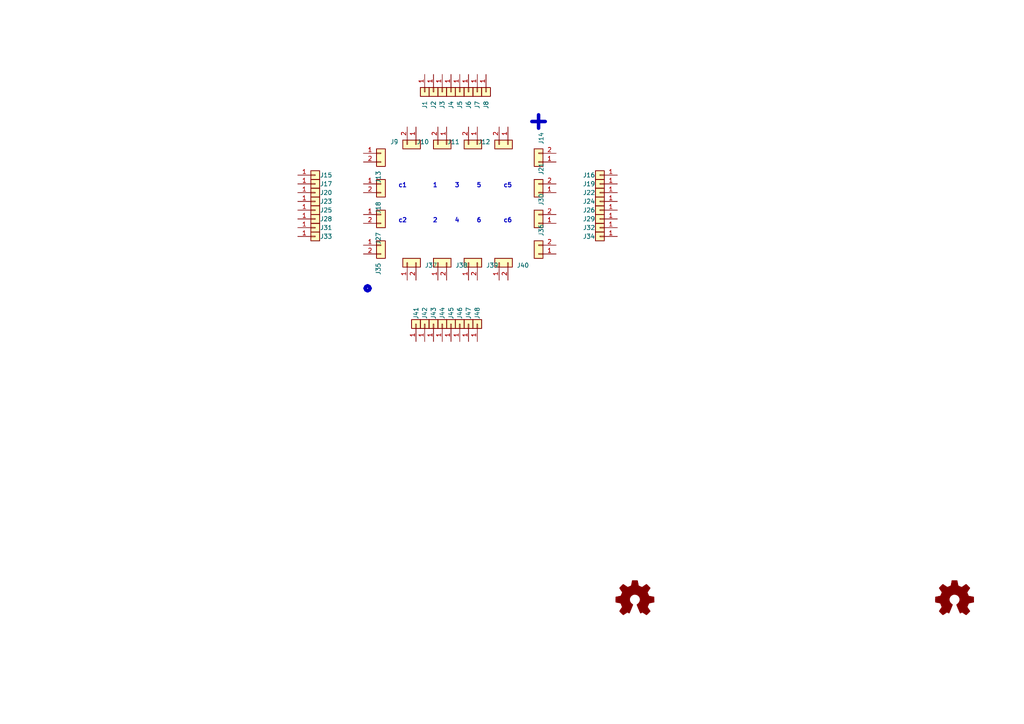
<source format=kicad_sch>
(kicad_sch (version 20210621) (generator eeschema)
  (paper "A4")
  (lib_symbols
    (symbol "Connector_Generic:Conn_01x01" (pin_names (offset 1.016) hide)
      (property "Reference" "J" (at 0 2.54 0))
      (property "Value" "Conn_01x01" (at 0 -2.54 0))
      (symbol "Conn_01x01_1_1"
        (rectangle (start -1.27 0.127) (end 0 -0.127) (stroke (width 0.1524)))
        (rectangle (start -1.27 1.27) (end 1.27 -1.27) (stroke (width 0.254)) (fill (type background)))
        (pin passive line (at -5.08 0 0) (length 3.81) (name "Pin_1") (number "1"))
      )
    )
    (symbol "Connector_Generic:Conn_01x02" (pin_names (offset 1.016) hide)
      (property "Reference" "J" (at 0 2.54 0))
      (property "Value" "Conn_01x02" (at 0 -5.08 0))
      (symbol "Conn_01x02_1_1"
        (rectangle (start -1.27 -2.413) (end 0 -2.667) (stroke (width 0.1524)))
        (rectangle (start -1.27 0.127) (end 0 -0.127) (stroke (width 0.1524)))
        (rectangle (start -1.27 1.27) (end 1.27 -3.81) (stroke (width 0.254)) (fill (type background)))
        (pin passive line (at -5.08 0 0) (length 3.81) (name "Pin_1") (number "1"))
        (pin passive line (at -5.08 -2.54 0) (length 3.81) (name "Pin_2") (number "2"))
      )
    )
    (symbol "Graphic:Logo_Open_Hardware_Small" (pin_names (offset 1.016))
      (symbol "Logo_Open_Hardware_Small_0_1"
        (polyline (pts (xy 3.3528 -4.3434) (xy 3.302 -4.318) (xy 3.175 -4.2418) (xy 2.9972 -4.1148) (xy 2.7686 -3.9624) (xy 2.54 -3.81) (xy 2.3622 -3.7084) (xy 2.2352 -3.6068) (xy 2.1844 -3.5814) (xy 2.159 -3.6068) (xy 2.0574 -3.6576) (xy 1.905 -3.7338) (xy 1.8034 -3.7846) (xy 1.6764 -3.8354) (xy 1.6002 -3.8354) (xy 1.6002 -3.8354) (xy 1.5494 -3.7338) (xy 1.4732 -3.5306) (xy 1.3462 -3.302) (xy 1.2446 -3.0226) (xy 1.1176 -2.7178) (xy 0.9652 -2.413) (xy 0.8636 -2.1082) (xy 0.7366 -1.8288) (xy 0.6604 -1.6256) (xy 0.6096 -1.4732) (xy 0.5842 -1.397) (xy 0.5842 -1.397) (xy 0.6604 -1.3208) (xy 0.7874 -1.2446) (xy 1.0414 -1.016) (xy 1.2954 -0.6858) (xy 1.4478 -0.3302) (xy 1.524 0.0762) (xy 1.4732 0.4572) (xy 1.3208 0.8128) (xy 1.0668 1.143) (xy 0.762 1.3716) (xy 0.4064 1.524) (xy 0 1.5748) (xy -0.381 1.5494) (xy -0.7366 1.397) (xy -1.0668 1.143) (xy -1.2192 0.9906) (xy -1.397 0.6604) (xy -1.524 0.3048) (xy -1.524 0.2286) (xy -1.4986 -0.1778) (xy -1.397 -0.5334) (xy -1.1938 -0.8636) (xy -0.9144 -1.143) (xy -0.8636 -1.1684) (xy -0.7366 -1.27) (xy -0.635 -1.3462) (xy -0.5842 -1.397) (xy -1.0668 -2.5908) (xy -1.143 -2.794) (xy -1.2954 -3.1242) (xy -1.397 -3.4036) (xy -1.4986 -3.6322) (xy -1.5748 -3.7846) (xy -1.6002 -3.8354) (xy -1.6002 -3.8354) (xy -1.651 -3.8354) (xy -1.7272 -3.81) (xy -1.905 -3.7338) (xy -2.0066 -3.683) (xy -2.1336 -3.6068) (xy -2.2098 -3.5814) (xy -2.2606 -3.6068) (xy -2.3622 -3.683) (xy -2.54 -3.81) (xy -2.7686 -3.9624) (xy -2.9718 -4.0894) (xy -3.1496 -4.2164) (xy -3.302 -4.318) (xy -3.3528 -4.3434) (xy -3.3782 -4.3434) (xy -3.429 -4.318) (xy -3.5306 -4.2164) (xy -3.7084 -4.064) (xy -3.937 -3.8354) (xy -3.9624 -3.81) (xy -4.1656 -3.6068) (xy -4.318 -3.4544) (xy -4.4196 -3.3274) (xy -4.445 -3.2766) (xy -4.445 -3.2766) (xy -4.4196 -3.2258) (xy -4.318 -3.0734) (xy -4.2164 -2.8956) (xy -4.064 -2.667) (xy -3.6576 -2.0828) (xy -3.8862 -1.5494) (xy -3.937 -1.3716) (xy -4.0386 -1.1684) (xy -4.0894 -1.0414) (xy -4.1148 -0.9652) (xy -4.191 -0.9398) (xy -4.318 -0.9144) (xy -4.5466 -0.8636) (xy -4.8006 -0.8128) (xy -5.0546 -0.7874) (xy -5.2578 -0.7366) (xy -5.4356 -0.7112) (xy -5.5118 -0.6858) (xy -5.5118 -0.6858) (xy -5.5372 -0.635) (xy -5.5372 -0.5588) (xy -5.5372 -0.4318) (xy -5.5626 -0.2286) (xy -5.5626 0.0762) (xy -5.5626 0.127) (xy -5.5372 0.4064) (xy -5.5372 0.635) (xy -5.5372 0.762) (xy -5.5372 0.8382) (xy -5.5372 0.8382) (xy -5.461 0.8382) (xy -5.3086 0.889) (xy -5.08 0.9144) (xy -4.826 0.9652) (xy -4.8006 0.9906) (xy -4.5466 1.0414) (xy -4.318 1.0668) (xy -4.1656 1.1176) (xy -4.0894 1.143) (xy -4.0894 1.143) (xy -4.0386 1.2446) (xy -3.9624 1.4224) (xy -3.8608 1.6256) (xy -3.7846 1.8288) (xy -3.7084 2.0066) (xy -3.6576 2.159) (xy -3.6322 2.2098) (xy -3.6322 2.2098) (xy -3.683 2.286) (xy -3.7592 2.413) (xy -3.8862 2.5908) (xy -4.064 2.8194) (xy -4.064 2.8448) (xy -4.2164 3.0734) (xy -4.3434 3.2512) (xy -4.4196 3.3782) (xy -4.445 3.4544) (xy -4.445 3.4544) (xy -4.3942 3.5052) (xy -4.2926 3.6322) (xy -4.1148 3.81) (xy -3.937 4.0132) (xy -3.8608 4.064) (xy -3.6576 4.2926) (xy -3.5052 4.4196) (xy -3.4036 4.4958) (xy -3.3528 4.5212) (xy -3.3528 4.5212) (xy -3.302 4.4704) (xy -3.1496 4.3688) (xy -2.9718 4.2418) (xy -2.7432 4.0894) (xy -2.7178 4.0894) (xy -2.4892 3.937) (xy -2.3114 3.81) (xy -2.1844 3.7084) (xy -2.1336 3.683) (xy -2.1082 3.683) (xy -2.032 3.7084) (xy -1.8542 3.7592) (xy -1.6764 3.8354) (xy -1.4732 3.937) (xy -1.27 4.0132) (xy -1.143 4.064) (xy -1.0668 4.1148) (xy -1.0668 4.1148) (xy -1.0414 4.191) (xy -1.016 4.3434) (xy -0.9652 4.572) (xy -0.9144 4.8514) (xy -0.889 4.9022) (xy -0.8382 5.1562) (xy -0.8128 5.3848) (xy -0.7874 5.5372) (xy -0.762 5.588) (xy -0.7112 5.6134) (xy -0.5842 5.6134) (xy -0.4064 5.6134) (xy -0.1524 5.6134) (xy 0.0762 5.6134) (xy 0.3302 5.6134) (xy 0.5334 5.6134) (xy 0.6858 5.588) (xy 0.7366 5.588) (xy 0.7366 5.588) (xy 0.762 5.5118) (xy 0.8128 5.334) (xy 0.8382 5.1054) (xy 0.9144 4.826) (xy 0.9144 4.7752) (xy 0.9652 4.5212) (xy 1.016 4.2926) (xy 1.0414 4.1402) (xy 1.0668 4.0894) (xy 1.0668 4.0894) (xy 1.1938 4.0386) (xy 1.3716 3.9624) (xy 1.5748 3.8608) (xy 2.0828 3.6576) (xy 2.7178 4.0894) (xy 2.7686 4.1402) (xy 2.9972 4.2926) (xy 3.175 4.4196) (xy 3.302 4.4958) (xy 3.3782 4.5212) (xy 3.3782 4.5212) (xy 3.429 4.4704) (xy 3.556 4.3434) (xy 3.7338 4.191) (xy 3.9116 3.9878) (xy 4.064 3.8354) (xy 4.2418 3.6576) (xy 4.3434 3.556) (xy 4.4196 3.4798) (xy 4.4196 3.429) (xy 4.4196 3.4036) (xy 4.3942 3.3274) (xy 4.2926 3.2004) (xy 4.1656 2.9972) (xy 4.0132 2.794) (xy 3.8862 2.5908) (xy 3.7592 2.3876) (xy 3.6576 2.2352) (xy 3.6322 2.159) (xy 3.6322 2.1336) (xy 3.683 2.0066) (xy 3.7592 1.8288) (xy 3.8608 1.6002) (xy 4.064 1.1176) (xy 4.3942 1.0414) (xy 4.5974 1.016) (xy 4.8768 0.9652) (xy 5.1308 0.9144) (xy 5.5372 0.8382) (xy 5.5626 -0.6604) (xy 5.4864 -0.6858) (xy 5.4356 -0.6858) (xy 5.2832 -0.7366) (xy 5.0546 -0.762) (xy 4.8006 -0.8128) (xy 4.5974 -0.8636) (xy 4.3688 -0.9144) (xy 4.2164 -0.9398) (xy 4.1402 -0.9398) (xy 4.1148 -0.9652) (xy 4.064 -1.0668) (xy 3.9878 -1.2446) (xy 3.9116 -1.4478) (xy 3.81 -1.651) (xy 3.7338 -1.8542) (xy 3.683 -2.0066) (xy 3.6576 -2.0828) (xy 3.683 -2.1336) (xy 3.7846 -2.2606) (xy 3.8862 -2.4638) (xy 4.0386 -2.667) (xy 4.191 -2.8956) (xy 4.318 -3.0734) (xy 4.3942 -3.2004) (xy 4.445 -3.2766) (xy 4.4196 -3.3274) (xy 4.3434 -3.429) (xy 4.1656 -3.5814) (xy 3.937 -3.8354) (xy 3.8862 -3.8608) (xy 3.683 -4.064) (xy 3.5306 -4.2164) (xy 3.4036 -4.318) (xy 3.3528 -4.3434)) (fill (type outline)))
      )
    )
  )
  (text "°" (at 109.22 88.9 180) (effects (font (size 5.08 5.08) (thickness 1.016) bold) (justify right bottom)))
  (text "c1" (at 118.11 54.61 180) (effects (font (size 1.27 1.27) (thickness 0.254) bold) (justify right bottom)))
  (text "c2" (at 118.11 64.77 180) (effects (font (size 1.27 1.27) (thickness 0.254) bold) (justify right bottom)))
  (text "1" (at 127 54.61 180) (effects (font (size 1.27 1.27) (thickness 0.254) bold) (justify right bottom)))
  (text "2" (at 127 64.77 180) (effects (font (size 1.27 1.27) (thickness 0.254) bold) (justify right bottom)))
  (text "3" (at 133.35 54.61 180) (effects (font (size 1.27 1.27) (thickness 0.254) bold) (justify right bottom)))
  (text "4" (at 133.35 64.77 180) (effects (font (size 1.27 1.27) (thickness 0.254) bold) (justify right bottom)))
  (text "5" (at 139.7 54.61 180) (effects (font (size 1.27 1.27) (thickness 0.254) bold) (justify right bottom)))
  (text "6" (at 139.7 64.77 180) (effects (font (size 1.27 1.27) (thickness 0.254) bold) (justify right bottom)))
  (text "c5" (at 148.59 54.61 180) (effects (font (size 1.27 1.27) (thickness 0.254) bold) (justify right bottom)))
  (text "c6" (at 148.59 64.77 180) (effects (font (size 1.27 1.27) (thickness 0.254) bold) (justify right bottom)))
  (text "+" (at 160.02 38.1 180) (effects (font (size 5.08 5.08) (thickness 1.016) bold) (justify right bottom)))
  (symbol (lib_id "Connector_Generic:Conn_01x01") (at 91.44 50.8 0) (unit 1)
    (property "Reference" "J15" (at 96.3931 50.8 0) (effects (justify right)))
    (property "Value" "Conn_01x01" (effects hide))
    (property "Footprint" "custom_footprints:PTT-one-pin" (effects hide))
  )
  (symbol (lib_id "Connector_Generic:Conn_01x01") (at 91.44 53.34 0) (unit 1)
    (property "Reference" "J17" (at 96.3931 53.34 0) (effects (justify right)))
    (property "Value" "Conn_01x01" (effects hide))
    (property "Footprint" "custom_footprints:PTT-one-pin" (effects hide))
  )
  (symbol (lib_id "Connector_Generic:Conn_01x01") (at 91.44 55.88 0) (unit 1)
    (property "Reference" "J20" (at 96.3931 55.88 0) (effects (justify right)))
    (property "Value" "Conn_01x01" (effects hide))
    (property "Footprint" "custom_footprints:PTT-one-pin" (effects hide))
  )
  (symbol (lib_id "Connector_Generic:Conn_01x01") (at 91.44 58.42 0) (unit 1)
    (property "Reference" "J23" (at 96.3931 58.42 0) (effects (justify right)))
    (property "Value" "Conn_01x01" (effects hide))
    (property "Footprint" "custom_footprints:PTT-one-pin" (effects hide))
  )
  (symbol (lib_id "Connector_Generic:Conn_01x01") (at 91.44 60.96 0) (unit 1)
    (property "Reference" "J25" (at 96.3931 60.96 0) (effects (justify right)))
    (property "Value" "Conn_01x01" (effects hide))
    (property "Footprint" "custom_footprints:PTT-one-pin" (effects hide))
  )
  (symbol (lib_id "Connector_Generic:Conn_01x01") (at 91.44 63.5 0) (unit 1)
    (property "Reference" "J28" (at 96.3931 63.5 0) (effects (justify right)))
    (property "Value" "Conn_01x01" (effects hide))
    (property "Footprint" "custom_footprints:PTT-one-pin" (effects hide))
  )
  (symbol (lib_id "Connector_Generic:Conn_01x01") (at 91.44 66.04 0) (unit 1)
    (property "Reference" "J31" (at 96.3931 66.04 0) (effects (justify right)))
    (property "Value" "Conn_01x01" (effects hide))
    (property "Footprint" "custom_footprints:PTT-one-pin" (effects hide))
  )
  (symbol (lib_id "Connector_Generic:Conn_01x01") (at 91.44 68.58 0) (unit 1)
    (property "Reference" "J33" (at 96.3931 68.58 0) (effects (justify right)))
    (property "Value" "Conn_01x01" (effects hide))
    (property "Footprint" "custom_footprints:PTT-one-pin" (effects hide))
  )
  (symbol (lib_id "Connector_Generic:Conn_01x01") (at 120.65 93.98 90) (unit 1)
    (property "Reference" "J41" (at 120.65 89.0269 0) (effects (justify right)))
    (property "Value" "Conn_01x01" (effects hide))
    (property "Footprint" "custom_footprints:PTT-one-pin" (effects hide))
  )
  (symbol (lib_id "Connector_Generic:Conn_01x01") (at 123.19 26.67 270) (unit 1)
    (property "Reference" "J1" (at 123.19 31.6231 0) (effects (justify right)))
    (property "Value" "Conn_01x01" (effects hide))
    (property "Footprint" "custom_footprints:PTT-one-pin" (effects hide))
  )
  (symbol (lib_id "Connector_Generic:Conn_01x01") (at 123.19 93.98 90) (unit 1)
    (property "Reference" "J42" (at 123.19 89.0269 0) (effects (justify right)))
    (property "Value" "Conn_01x01" (effects hide))
    (property "Footprint" "custom_footprints:PTT-one-pin" (effects hide))
  )
  (symbol (lib_id "Connector_Generic:Conn_01x01") (at 125.73 26.67 270) (unit 1)
    (property "Reference" "J2" (at 125.73 31.6231 0) (effects (justify right)))
    (property "Value" "Conn_01x01" (effects hide))
    (property "Footprint" "custom_footprints:PTT-one-pin" (effects hide))
  )
  (symbol (lib_id "Connector_Generic:Conn_01x01") (at 125.73 93.98 90) (unit 1)
    (property "Reference" "J43" (at 125.73 89.0269 0) (effects (justify right)))
    (property "Value" "Conn_01x01" (effects hide))
    (property "Footprint" "custom_footprints:PTT-one-pin" (effects hide))
  )
  (symbol (lib_id "Connector_Generic:Conn_01x01") (at 128.27 26.67 270) (unit 1)
    (property "Reference" "J3" (at 128.27 31.6231 0) (effects (justify right)))
    (property "Value" "Conn_01x01" (effects hide))
    (property "Footprint" "custom_footprints:PTT-one-pin" (effects hide))
  )
  (symbol (lib_id "Connector_Generic:Conn_01x01") (at 128.27 93.98 90) (unit 1)
    (property "Reference" "J44" (at 128.27 89.0269 0) (effects (justify right)))
    (property "Value" "Conn_01x01" (effects hide))
    (property "Footprint" "custom_footprints:PTT-one-pin" (effects hide))
  )
  (symbol (lib_id "Connector_Generic:Conn_01x01") (at 130.81 26.67 270) (unit 1)
    (property "Reference" "J4" (at 130.81 31.6231 0) (effects (justify right)))
    (property "Value" "Conn_01x01" (effects hide))
    (property "Footprint" "custom_footprints:PTT-one-pin" (effects hide))
  )
  (symbol (lib_id "Connector_Generic:Conn_01x01") (at 130.81 93.98 90) (unit 1)
    (property "Reference" "J45" (at 130.81 89.0269 0) (effects (justify right)))
    (property "Value" "Conn_01x01" (effects hide))
    (property "Footprint" "custom_footprints:PTT-one-pin" (effects hide))
  )
  (symbol (lib_id "Connector_Generic:Conn_01x01") (at 133.35 26.67 270) (unit 1)
    (property "Reference" "J5" (at 133.35 31.6231 0) (effects (justify right)))
    (property "Value" "Conn_01x01" (effects hide))
    (property "Footprint" "custom_footprints:PTT-one-pin" (effects hide))
  )
  (symbol (lib_id "Connector_Generic:Conn_01x01") (at 133.35 93.98 90) (unit 1)
    (property "Reference" "J46" (at 133.35 89.0269 0) (effects (justify right)))
    (property "Value" "Conn_01x01" (effects hide))
    (property "Footprint" "custom_footprints:PTT-one-pin" (effects hide))
  )
  (symbol (lib_id "Connector_Generic:Conn_01x01") (at 135.89 26.67 270) (unit 1)
    (property "Reference" "J6" (at 135.89 31.6231 0) (effects (justify right)))
    (property "Value" "Conn_01x01" (effects hide))
    (property "Footprint" "custom_footprints:PTT-one-pin" (effects hide))
  )
  (symbol (lib_id "Connector_Generic:Conn_01x01") (at 135.89 93.98 90) (unit 1)
    (property "Reference" "J47" (at 135.89 89.0269 0) (effects (justify right)))
    (property "Value" "Conn_01x01" (effects hide))
    (property "Footprint" "custom_footprints:PTT-one-pin" (effects hide))
  )
  (symbol (lib_id "Connector_Generic:Conn_01x01") (at 138.43 26.67 270) (unit 1)
    (property "Reference" "J7" (at 138.43 31.6231 0) (effects (justify right)))
    (property "Value" "Conn_01x01" (effects hide))
    (property "Footprint" "custom_footprints:PTT-one-pin" (effects hide))
  )
  (symbol (lib_id "Connector_Generic:Conn_01x01") (at 138.43 93.98 90) (unit 1)
    (property "Reference" "J48" (at 138.43 89.0269 0) (effects (justify right)))
    (property "Value" "Conn_01x01" (effects hide))
    (property "Footprint" "custom_footprints:PTT-one-pin" (effects hide))
  )
  (symbol (lib_id "Connector_Generic:Conn_01x01") (at 140.97 26.67 270) (unit 1)
    (property "Reference" "J8" (at 140.97 31.6231 0) (effects (justify right)))
    (property "Value" "Conn_01x01" (effects hide))
    (property "Footprint" "custom_footprints:PTT-one-pin" (effects hide))
  )
  (symbol (lib_id "Connector_Generic:Conn_01x01") (at 173.99 50.8 0) (mirror y) (unit 1)
    (property "Reference" "J16" (at 169.0369 50.8 0) (effects (justify right)))
    (property "Value" "Conn_01x01" (effects hide))
    (property "Footprint" "custom_footprints:PTT-one-pin" (effects hide))
  )
  (symbol (lib_id "Connector_Generic:Conn_01x01") (at 173.99 53.34 0) (mirror y) (unit 1)
    (property "Reference" "J19" (at 169.0369 53.34 0) (effects (justify right)))
    (property "Value" "Conn_01x01" (effects hide))
    (property "Footprint" "custom_footprints:PTT-one-pin" (effects hide))
  )
  (symbol (lib_id "Connector_Generic:Conn_01x01") (at 173.99 55.88 0) (mirror y) (unit 1)
    (property "Reference" "J22" (at 169.0369 55.88 0) (effects (justify right)))
    (property "Value" "Conn_01x01" (effects hide))
    (property "Footprint" "custom_footprints:PTT-one-pin" (effects hide))
  )
  (symbol (lib_id "Connector_Generic:Conn_01x01") (at 173.99 58.42 0) (mirror y) (unit 1)
    (property "Reference" "J24" (at 169.0369 58.42 0) (effects (justify right)))
    (property "Value" "Conn_01x01" (effects hide))
    (property "Footprint" "custom_footprints:PTT-one-pin" (effects hide))
  )
  (symbol (lib_id "Connector_Generic:Conn_01x01") (at 173.99 60.96 0) (mirror y) (unit 1)
    (property "Reference" "J26" (at 169.0369 60.96 0) (effects (justify right)))
    (property "Value" "Conn_01x01" (effects hide))
    (property "Footprint" "custom_footprints:PTT-one-pin" (effects hide))
  )
  (symbol (lib_id "Connector_Generic:Conn_01x01") (at 173.99 63.5 0) (mirror y) (unit 1)
    (property "Reference" "J29" (at 169.0369 63.5 0) (effects (justify right)))
    (property "Value" "Conn_01x01" (effects hide))
    (property "Footprint" "custom_footprints:PTT-one-pin" (effects hide))
  )
  (symbol (lib_id "Connector_Generic:Conn_01x01") (at 173.99 66.04 0) (mirror y) (unit 1)
    (property "Reference" "J32" (at 169.0369 66.04 0) (effects (justify right)))
    (property "Value" "Conn_01x01" (effects hide))
    (property "Footprint" "custom_footprints:PTT-one-pin" (effects hide))
  )
  (symbol (lib_id "Connector_Generic:Conn_01x01") (at 173.99 68.58 0) (mirror y) (unit 1)
    (property "Reference" "J34" (at 169.0369 68.58 0) (effects (justify right)))
    (property "Value" "Conn_01x01" (effects hide))
    (property "Footprint" "custom_footprints:PTT-one-pin" (effects hide))
  )
  (symbol (lib_id "Connector_Generic:Conn_01x02") (at 110.49 44.45 0) (unit 1)
    (property "Reference" "J13" (at 109.7281 49.53 90) (effects (justify right)))
    (property "Value" "Conn_01x02" (effects hide))
    (property "Footprint" "custom_footprints:0921-pair" (effects hide))
  )
  (symbol (lib_id "Connector_Generic:Conn_01x02") (at 110.49 53.34 0) (unit 1)
    (property "Reference" "J18" (at 109.7281 58.42 90) (effects (justify right)))
    (property "Value" "Conn_01x02" (effects hide))
    (property "Footprint" "custom_footprints:0921-pair" (effects hide))
  )
  (symbol (lib_id "Connector_Generic:Conn_01x02") (at 110.49 62.23 0) (unit 1)
    (property "Reference" "J27" (at 109.7281 67.31 90) (effects (justify right)))
    (property "Value" "Conn_01x02" (effects hide))
    (property "Footprint" "custom_footprints:0921-pair" (effects hide))
  )
  (symbol (lib_id "Connector_Generic:Conn_01x02") (at 110.49 71.12 0) (unit 1)
    (property "Reference" "J35" (at 109.7281 76.2 90) (effects (justify right)))
    (property "Value" "Conn_01x02" (effects hide))
    (property "Footprint" "custom_footprints:0921-pair" (effects hide))
  )
  (symbol (lib_id "Connector_Generic:Conn_01x02") (at 118.11 76.2 90) (unit 1)
    (property "Reference" "J37" (at 123.19 76.9619 90) (effects (justify right)))
    (property "Value" "Conn_01x02" (effects hide))
    (property "Footprint" "custom_footprints:0921-pair" (effects hide))
  )
  (symbol (lib_id "Connector_Generic:Conn_01x02") (at 120.65 41.91 270) (unit 1)
    (property "Reference" "J9" (at 115.57 41.1481 90) (effects (justify right)))
    (property "Value" "Conn_01x02" (effects hide))
    (property "Footprint" "custom_footprints:0921-pair" (effects hide))
  )
  (symbol (lib_id "Connector_Generic:Conn_01x02") (at 127 76.2 90) (unit 1)
    (property "Reference" "J38" (at 132.08 76.9619 90) (effects (justify right)))
    (property "Value" "Conn_01x02" (effects hide))
    (property "Footprint" "custom_footprints:0921-pair" (effects hide))
  )
  (symbol (lib_id "Connector_Generic:Conn_01x02") (at 129.54 41.91 270) (unit 1)
    (property "Reference" "J10" (at 124.46 41.1481 90) (effects (justify right)))
    (property "Value" "Conn_01x02" (effects hide))
    (property "Footprint" "custom_footprints:0921-pair" (effects hide))
  )
  (symbol (lib_id "Connector_Generic:Conn_01x02") (at 135.89 76.2 90) (unit 1)
    (property "Reference" "J39" (at 140.97 76.9619 90) (effects (justify right)))
    (property "Value" "Conn_01x02" (effects hide))
    (property "Footprint" "custom_footprints:0921-pair" (effects hide))
  )
  (symbol (lib_id "Connector_Generic:Conn_01x02") (at 138.43 41.91 270) (unit 1)
    (property "Reference" "J11" (at 133.35 41.1481 90) (effects (justify right)))
    (property "Value" "Conn_01x02" (effects hide))
    (property "Footprint" "custom_footprints:0921-pair" (effects hide))
  )
  (symbol (lib_id "Connector_Generic:Conn_01x02") (at 144.78 76.2 90) (unit 1)
    (property "Reference" "J40" (at 149.86 76.9619 90) (effects (justify right)))
    (property "Value" "Conn_01x02" (effects hide))
    (property "Footprint" "custom_footprints:0921-pair" (effects hide))
  )
  (symbol (lib_id "Connector_Generic:Conn_01x02") (at 147.32 41.91 270) (unit 1)
    (property "Reference" "J12" (at 142.24 41.1481 90) (effects (justify right)))
    (property "Value" "Conn_01x02" (effects hide))
    (property "Footprint" "custom_footprints:0921-pair" (effects hide))
  )
  (symbol (lib_id "Connector_Generic:Conn_01x02") (at 156.21 46.99 180) (unit 1)
    (property "Reference" "J14" (at 156.9719 41.91 90) (effects (justify right)))
    (property "Value" "Conn_01x02" (effects hide))
    (property "Footprint" "custom_footprints:0921-pair" (effects hide))
  )
  (symbol (lib_id "Connector_Generic:Conn_01x02") (at 156.21 55.88 180) (unit 1)
    (property "Reference" "J21" (at 156.9719 50.8 90) (effects (justify right)))
    (property "Value" "Conn_01x02" (effects hide))
    (property "Footprint" "custom_footprints:0921-pair" (effects hide))
  )
  (symbol (lib_id "Connector_Generic:Conn_01x02") (at 156.21 64.77 180) (unit 1)
    (property "Reference" "J30" (at 156.9719 59.69 90) (effects (justify right)))
    (property "Value" "Conn_01x02" (effects hide))
    (property "Footprint" "custom_footprints:0921-pair" (effects hide))
  )
  (symbol (lib_id "Connector_Generic:Conn_01x02") (at 156.21 73.66 180) (unit 1)
    (property "Reference" "J36" (at 156.9719 68.58 90) (effects (justify right)))
    (property "Value" "Conn_01x02" (effects hide))
    (property "Footprint" "custom_footprints:0921-pair" (effects hide))
  )
  (symbol (lib_id "Graphic:Logo_Open_Hardware_Small") (at 184.15 173.99 0) (unit 1)
    (property "Reference" "LOGO1" (effects hide))
    (property "Value" "Logo_Open_Hardware_Small" (effects hide))
    (property "Footprint" "custom_footprints:logo_small" (effects hide))
  )
  (symbol (lib_id "Graphic:Logo_Open_Hardware_Small") (at 276.86 173.99 0) (unit 1)
    (property "Reference" "LOGO2" (effects hide))
    (property "Value" "Logo_Open_Hardware_Small" (effects hide))
    (property "Footprint" "custom_footprints:logo_small" (effects hide))
  )
)
</source>
